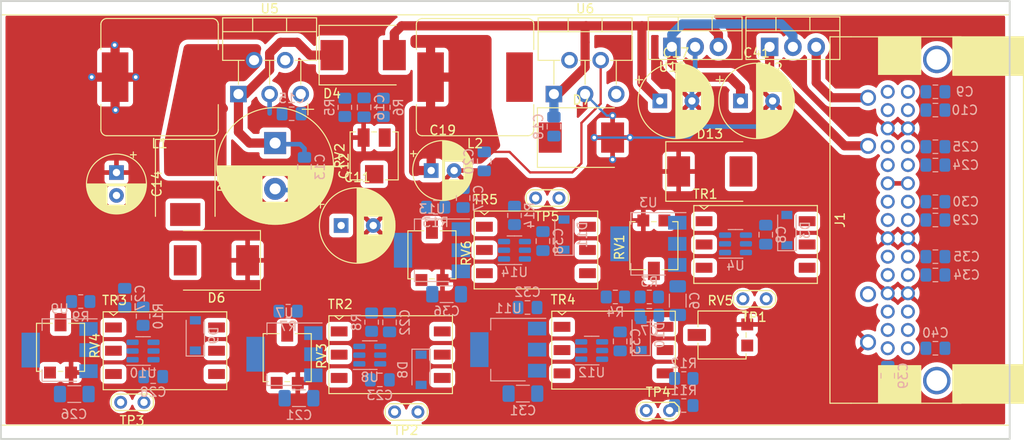
<source format=kicad_pcb>
(kicad_pcb (version 20221018) (generator pcbnew)
  (layers (0 "F.Cu" signal) (1 "In1.Cu" signal) (2 "In2.Cu" signal) (31 "B.Cu" signal) (34 "B.Paste" user) (35 "F.Paste" user) (36 "B.SilkS" user "B.Silkscreen") (37 "F.SilkS" user "F.Silkscreen") (38 "B.Mask" user) (39 "F.Mask" user) (44 "Edge.Cuts" user))
  (net 0 "")
  (net 1 "GND")
  (net 3 "/FILAMENT_05A")
  (net 4 "/FILAMENT_03A")
  (net 5 "/FILAMENT_04A")
  (net 6 "/FILAMENT_01A")
  (net 7 "/FILAMENT_02A")
  (net 8 "/FILAMENT_05B")
  (net 9 "/FILAMENT_03B")
  (net 10 "/FILAMENT_04B")
  (net 11 "/FILAMENT_01B")
  (net 12 "/FILAMENT_02B")
  (net 13 "/-22.5V_BIAS")
  (net 14 "Net-(C7-Pad1)")
  (net 15 "Net-(C8-Pad1)")
  (net 16 "Net-(C10-Pad1)")
  (net 17 "Net-(C11-Pad1)")
  (net 18 "Net-(R7-Pad1)")
  (net 19 "Net-(C22-Pad1)")
  (net 20 "Net-(R11-Pad1)")
  (net 21 "Net-(TR1-Pad3)")
  (net 22 "Net-(TR1-Pad1)")
  (net 23 "Net-(TR2-Pad3)")
  (net 24 "Net-(TR2-Pad1)")
  (net 25 "Net-(TR3-Pad3)")
  (net 26 "Net-(TR3-Pad1)")
  (net 27 "Net-(TR4-Pad3)")
  (net 28 "Net-(TR4-Pad1)")
  (net 29 "Net-(TR5-Pad3)")
  (net 30 "Net-(TR5-Pad1)")
  (net 31 "Net-(C27-Pad1)")
  (net 32 "Net-(C32-Pad1)")
  (net 33 "/Negative Supply/Feedback")
  (net 34 "Net-(C38-Pad1)")
  (net 35 "Net-(C39-Pad1)")
  (net 36 "Net-(C41-Pad1)")
  (net 37 "Net-(C24-Pad1)")
  (net 38 "Net-(D7-Pad1)")
  (net 39 "Net-(C29-Pad1)")
  (net 40 "Net-(R3-Pad1)")
  (net 41 "Net-(C34-Pad1)")
  (net 42 "Net-(R5-Pad2)")
  (net 43 "Net-(R13-Pad1)")
  (net 45 "Net-(R9-Pad1)")
  (net 49 "Net-(C23-Pad1)")
  (net 50 "Net-(C28-Pad1)")
  (net 51 "Net-(C33-Pad1)")
  (net 53 "/+12V_2_PROTECT")
  (net 54 "Net-(C37-Pad1)")
  (net 55 "Net-(D5-Pad1)")
  (net 57 "+5VD")
  (net 58 "/+12V_ACC_ON")
  (net 59 "/+12V_ON_START")
  (net 66 "/DISP_EN")
  (net 68 "/+12V_CONST")
  (net 69 "/TEMP_SENSE")
  (footprint "Package_TO_SOT_THT:TO-220-3_Vertical" (layer "F.Cu") (at 219.12 69.5)
    (fp_text reference "D12")
    (fp_text value "MBR20100CT-G1")
  )
  (footprint "Diode_SMD:D_SMC" (layer "F.Cu") (at 155.4 84.4 -90)
    (fp_text reference "D5")
    (fp_text value "B540C-13-F")
  )
  (footprint "Capacitor_THT:CP_Radial_D8.0mm_P3.50mm" (layer "F.Cu") (at 215.947349 75.4)
    (fp_text reference "C41")
    (fp_text value "100uF 50V")
  )
  (footprint "Package_TO_SOT_THT:TO-220-5_P3.4x3.7mm_StaggerOdd_Lead3.8mm_Vertical" (layer "F.Cu") (at 195.6 74.65)
    (fp_text reference "U6")
    (fp_text value "LM2596T-5")
  )
  (footprint "Potentiometer_SMD:Potentiometer_Vishay_TS53YL_Vertical" (layer "F.Cu") (at 213.93 100.95)
    (fp_text reference "RV5")
    (fp_text value "10k")
  )
  (footprint "Transformer_SMD:Transformer_Wuerth_750315371" (layer "F.Cu") (at 177.8 103.1)
    (fp_text reference "TR2")
    (fp_text value "Wuerth_750316031")
  )
  (footprint "Capacitor_THT:CP_Radial_D6.3mm_P2.50mm" (layer "F.Cu") (at 147.9 83.217621 -90)
    (fp_text reference "C14")
    (fp_text value "220u/25V")
  )
  (footprint "TestPoint:TestPoint_2Pads_Pitch2.54mm_Drill0.8mm" (layer "F.Cu") (at 180.77 109.35 180)
    (fp_text reference "TP2")
    (fp_text value "TestPoint")
  )
  (footprint "Inductor_SMD:L_Bourns_SRR1260" (layer "F.Cu") (at 152.6 72.8 180)
    (fp_text reference "L1")
    (fp_text value "33uH, 3.5A")
  )
  (footprint "Capacitor_THT:CP_Radial_D8.0mm_P3.50mm" (layer "F.Cu") (at 207.147349 75.4)
    (fp_text reference "C17")
    (fp_text value "100uF 50V")
  )
  (footprint "Capacitor_THT:CP_Radial_D8.0mm_P3.50mm" (layer "F.Cu") (at 172.4 89)
    (fp_text reference "C11")
    (fp_text value "100uF 50V")
  )
  (footprint "Personal:34961" (layer "F.Cu") (at 232 88.4 90)
    (fp_text reference "J1")
    (fp_text value "POWER SUPPLY - 0349610340")
  )
  (footprint "Capacitor_THT:CP_Radial_D6.3mm_P2.50mm" (layer "F.Cu") (at 182.217621 83)
    (fp_text reference "C19")
    (fp_text value "220u/25V")
  )
  (footprint "Potentiometer_SMD:Potentiometer_Vishay_TS53YL_Vertical" (layer "F.Cu") (at 206.5 91.2 90)
    (fp_text reference "RV1")
    (fp_text value "10k")
  )
  (footprint "Potentiometer_SMD:Potentiometer_Vishay_TS53YL_Vertical" (layer "F.Cu") (at 141.8 102.3 -90)
    (fp_text reference "RV4")
    (fp_text value "10k")
  )
  (footprint "Capacitor_THT:CP_Radial_D12.5mm_P5.00mm" (layer "F.Cu") (at 165.2 80 -90)
    (fp_text reference "C12")
    (fp_text value "470uF/50V")
  )
  (footprint "Transformer_SMD:Transformer_Wuerth_750315371" (layer "F.Cu") (at 153.19 102.67)
    (fp_text reference "TR3")
    (fp_text value "Wuerth_750316031")
  )
  (footprint "Potentiometer_SMD:Potentiometer_Vishay_TS53YL_Vertical" (layer "F.Cu") (at 166.52 103.425 -90)
    (fp_text reference "RV3")
    (fp_text value "10k")
  )
  (footprint "Package_TO_SOT_THT:TO-220-5_P3.4x3.7mm_StaggerOdd_Lead3.8mm_Vertical" (layer "F.Cu") (at 161.2 74.65)
    (fp_text reference "U5")
    (fp_text value "LM2596T-ADJ")
  )
  (footprint "Package_TO_SOT_THT:TO-220-3_Vertical" (layer "F.Cu") (at 208.46 69.5)
    (fp_text reference "U15")
    (fp_text value "L7815")
  )
  (footprint "TestPoint:TestPoint_2Pads_Pitch2.54mm_Drill0.8mm" (layer "F.Cu") (at 150.9 108.3 180)
    (fp_text reference "TP3")
    (fp_text value "TestPoint")
  )
  (footprint "Transformer_SMD:Transformer_Wuerth_750315371" (layer "F.Cu") (at 193.64 91.67)
    (fp_text reference "TR5")
    (fp_text value "Wuerth_750316031")
  )
  (footprint "Potentiometer_SMD:Potentiometer_Vishay_TS53YL_Vertical" (layer "F.Cu") (at 182.3 92.2 -90)
    (fp_text reference "RV6")
    (fp_text value "10k")
  )
  (footprint "Diode_SMD:D_SMC" (layer "F.Cu") (at 212.6 83.1)
    (fp_text reference "D13")
    (fp_text value "D_TVS")
  )
  (footprint "TestPoint:TestPoint_2Pads_Pitch2.54mm_Drill0.8mm" (layer "F.Cu") (at 205.67 109.2)
    (fp_text reference "TP4")
    (fp_text value "TestPoint")
  )
  (footprint "Inductor_SMD:L_Bourns_SRR1260" (layer "F.Cu") (at 187 72.8 180)
    (fp_text reference "L2")
    (fp_text value "33uH, 3.5A")
  )
  (footprint "Diode_SMD:D_SMC" (layer "F.Cu") (at 198.6 79.4)
    (fp_text reference "D7")
    (fp_text value "B540C-13-F")
  )
  (footprint "TestPoint:TestPoint_2Pads_Pitch2.54mm_Drill0.8mm" (layer "F.Cu") (at 196.15 86 180)
    (fp_text reference "TP5")
    (fp_text value "TestPoint")
  )
  (footprint "Diode_SMD:D_SMC" (layer "F.Cu") (at 174.8 70.4)
    (fp_text reference "D4")
    (fp_text value "B540C-13-F")
  )
  (footprint "Transformer_SMD:Transformer_Wuerth_750315371" (layer "F.Cu") (at 217.59 91.07)
    (fp_text reference "TR1")
    (fp_text value "Wuerth_750316031")
  )
  (footprint "Diode_SMD:D_SMC" (layer "F.Cu") (at 158.8 92.8 180)
    (fp_text reference "D6")
    (fp_text value "1N5400")
  )
  (footprint "Potentiometer_SMD:Potentiometer_Vishay_TS53YJ_Vertical" (layer "F.Cu") (at 176 81.4 90)
    (fp_text reference "RV2")
    (fp_text value "10k")
  )
  (footprint "Transformer_SMD:Transformer_Wuerth_750315371" (layer "F.Cu") (at 202.1 102.6)
    (fp_text reference "TR4")
    (fp_text value "Wuerth_750316031")
  )
  (footprint "TestPoint:TestPoint_2Pads_Pitch2.54mm_Drill0.8mm" (layer "F.Cu") (at 218.75 97 180)
    (fp_text reference "TP1")
    (fp_text value "TestPoint")
  )
  (footprint "Diode_SMD:D_SOD-123" (layer "B.Cu") (at 205.12 100.95 90)
    (fp_text reference "D10")
    (fp_text value "D_Zener")
  )
  (footprint "Diode_SMD:D_SOD-123" (layer "B.Cu") (at 156.5 101 90)
    (fp_text reference "D9")
    (fp_text value "D_Zener")
  )
  (footprint "Capacitor_SMD:C_0805_2012Metric_Pad1.18x1.45mm_HandSolder" (layer "B.Cu") (at 237.2 74.4 180)
    (fp_text reference "C9")
    (fp_text value "100nF")
  )
  (footprint "Resistor_SMD:R_0805_2012Metric_Pad1.20x1.40mm_HandSolder" (layer "B.Cu") (at 175.72 99.55 -90)
    (fp_text reference "R8")
    (fp_text value "1k")
  )
  (footprint "Resistor_SMD:R_0805_2012Metric_Pad1.20x1.40mm_HandSolder" (layer "B.Cu") (at 191.3 87.9 90)
    (fp_text reference "R14")
    (fp_text value "1k")
  )
  (footprint "Package_TO_SOT_SMD:SOT-223-3_TabPin2" (layer "B.Cu") (at 166.22 103.05 180)
    (fp_text reference "U7")
    (fp_text value "AZ1117H-ADJ")
  )
  (footprint "Package_TO_SOT_SMD:SOT-223-3_TabPin2" (layer "B.Cu") (at 190.62 102.55 180)
    (fp_text reference "U11")
    (fp_text value "AZ1117H-ADJ")
  )
  (footprint "Capacitor_SMD:C_0805_2012Metric_Pad1.18x1.45mm_HandSolder" (layer "B.Cu") (at 194.4 90.7 90)
    (fp_text reference "C38")
    (fp_text value "100nF")
  )
  (footprint "Package_TO_SOT_SMD:SOT-223-3_TabPin2" (layer "B.Cu") (at 141.7 102.6 180)
    (fp_text reference "U9")
    (fp_text value "AZ1117H-ADJ")
  )
  (footprint "Capacitor_SMD:C_0805_2012Metric_Pad1.18x1.45mm_HandSolder" (layer "B.Cu") (at 177.675 99.575 90)
    (fp_text reference "C22")
    (fp_text value "C_Small")
  )
  (footprint "Capacitor_SMD:C_0805_2012Metric_Pad1.18x1.45mm_HandSolder" (layer "B.Cu") (at 174.9 76.1 90)
    (fp_text reference "C16")
    (fp_text value "180pF")
  )
  (footprint "Resistor_SMD:R_0805_2012Metric_Pad1.20x1.40mm_HandSolder" (layer "B.Cu") (at 166.62 98.35)
    (fp_text reference "R7")
    (fp_text value "4k7")
  )
  (footprint "Capacitor_SMD:C_0805_2012Metric_Pad1.18x1.45mm_HandSolder" (layer "B.Cu") (at 237.2 92.4 180)
    (fp_text reference "C35")
    (fp_text value "100nF")
  )
  (footprint "Capacitor_SMD:C_0805_2012Metric_Pad1.18x1.45mm_HandSolder" (layer "B.Cu") (at 237.2 82.4 180)
    (fp_text reference "C24")
    (fp_text value "100nF")
  )
  (footprint "Capacitor_SMD:C_0805_2012Metric_Pad1.18x1.45mm_HandSolder" (layer "B.Cu") (at 218.7 90 90)
    (fp_text reference "C8")
    (fp_text value "100nF")
  )
  (footprint "Resistor_SMD:R_0805_2012Metric_Pad1.20x1.40mm_HandSolder" (layer "B.Cu") (at 182.7 87)
    (fp_text reference "R13")
    (fp_text value "4k7")
  )
  (footprint "Capacitor_SMD:C_0805_2012Metric_Pad1.18x1.45mm_HandSolder" (layer "B.Cu") (at 237.2 86.4 180)
    (fp_text reference "C30")
    (fp_text value "100nF")
  )
  (footprint "Capacitor_SMD:C_0805_2012Metric_Pad1.18x1.45mm_HandSolder" (layer "B.Cu") (at 237.2 88.4 180)
    (fp_text reference "C29")
    (fp_text value "100nF")
  )
  (footprint "Resistor_SMD:R_0805_2012Metric_Pad1.20x1.40mm_HandSolder" (layer "B.Cu") (at 172.8 76.1 -90)
    (fp_text reference "R5")
    (fp_text value "10k")
  )
  (footprint "Package_TO_SOT_SMD:SOT-23-6" (layer "B.Cu") (at 150.8 102.7)
    (fp_text reference "U10")
    (fp_text value "SN6505ADBV")
  )
  (footprint "Capacitor_SMD:C_0805_2012Metric_Pad1.18x1.45mm_HandSolder" (layer "B.Cu") (at 232 105.4 90)
    (fp_text reference "C39")
    (fp_text value "100nF")
  )
  (footprint "Capacitor_SMD:C_0805_2012Metric_Pad1.18x1.45mm_HandSolder" (layer "B.Cu") (at 195.6 78.2 -90)
    (fp_text reference "C18")
    (fp_text value "C_Small")
  )
  (footprint "Capacitor_SMD:C_1206_3216Metric_Pad1.33x1.80mm_HandSolder" (layer "B.Cu") (at 143.3 107.4)
    (fp_text reference "C26")
    (fp_text value "10uF")
  )
  (footprint "Capacitor_SMD:C_1206_3216Metric_Pad1.33x1.80mm_HandSolder" (layer "B.Cu") (at 183.9 96.5)
    (fp_text reference "C36")
    (fp_text value "10uF")
  )
  (footprint "Diode_SMD:D_SOD-123" (layer "B.Cu") (at 196.7 90 90)
    (fp_text reference "D11")
    (fp_text value "D_Zener")
  )
  (footprint "Resistor_SMD:R_0805_2012Metric_Pad1.20x1.40mm_HandSolder" (layer "B.Cu") (at 206 96.8 180)
    (fp_text reference "R3")
    (fp_text value "4k7")
  )
  (footprint "Capacitor_SMD:C_0805_2012Metric_Pad1.18x1.45mm_HandSolder" (layer "B.Cu") (at 237.2 76.4 180)
    (fp_text reference "C10")
    (fp_text value "100nF")
  )
  (footprint "Capacitor_SMD:C_0805_2012Metric_Pad1.18x1.45mm_HandSolder" (layer "B.Cu") (at 151.9 105.5)
    (fp_text reference "C28")
    (fp_text value "100nF")
  )
  (footprint "Capacitor_SMD:C_0805_2012Metric_Pad1.18x1.45mm_HandSolder" (layer "B.Cu") (at 188 82 -90)
    (fp_text reference "C20")
    (fp_text value "C_Small")
  )
  (footprint "Resistor_SMD:R_0805_2012Metric_Pad1.20x1.40mm_HandSolder" (layer "B.Cu") (at 202.3 96.8)
    (fp_text reference "R4")
    (fp_text value "1k")
  )
  (footprint "Diode_SMD:D_SOD-123" (layer "B.Cu") (at 221 89.5 90)
    (fp_text reference "D3")
    (fp_text value "D_Zener")
  )
  (footprint "Diode_SMD:D_SOD-123" (layer "B.Cu") (at 181.12 104.75 -90)
    (fp_text reference "D8")
    (fp_text value "D_Zener")
  )
  (footprint "Capacitor_SMD:C_0805_2012Metric_Pad1.18x1.45mm_HandSolder" (layer "B.Cu") (at 237.2 94.4 180)
    (fp_text reference "C34")
    (fp_text value "100nF")
  )
  (footprint "Capacitor_SMD:C_0805_2012Metric_Pad1.18x1.45mm_HandSolder" (layer "B.Cu") (at 192.72 97.95 180)
    (fp_text reference "C32")
    (fp_text value "C_Small")
  )
  (footprint "Package_TO_SOT_SMD:SOT-223-3_TabPin2" (layer "B.Cu") (at 182.3 91.7 180)
    (fp_text reference "U13")
    (fp_text value "AZ1117H-ADJ")
  )
  (footprint "Capacitor_SMD:C_0805_2012Metric_Pad1.18x1.45mm_HandSolder" (layer "B.Cu") (at 237.2 80.4 180)
    (fp_text reference "C25")
    (fp_text value "100nF")
  )
  (footprint "Capacitor_SMD:C_0805_2012Metric_Pad1.18x1.45mm_HandSolder" (layer "B.Cu") (at 185.7 86 90)
    (fp_text reference "C37")
    (fp_text value "C_Small")
  )
  (footprint "Capacitor_SMD:C_1206_3216Metric_Pad1.33x1.80mm_HandSolder" (layer "B.Cu") (at 192.22 107.35)
    (fp_text reference "C31")
    (fp_text value "10uF")
  )
  (footprint "Capacitor_SMD:C_0805_2012Metric_Pad1.18x1.45mm_HandSolder" (layer "B.Cu") (at 206 98.8)
    (fp_text reference "C7")
    (fp_text value "C_Small")
  )
  (footprint "Capacitor_SMD:C_0805_2012Metric_Pad1.18x1.45mm_HandSolder" (layer "B.Cu") (at 167 76.8 180)
    (fp_text reference "C15")
    (fp_text value "C_Small")
  )
  (footprint "Capacitor_SMD:C_0805_2012Metric_Pad1.18x1.45mm_HandSolder" (layer "B.Cu") (at 202.82 101.65 90)
    (fp_text reference "C33")
    (fp_text value "100nF")
  )
  (footprint "Resistor_SMD:R_0805_2012Metric_Pad1.20x1.40mm_HandSolder" (layer "B.Cu") (at 144 97.3)
    (fp_text reference "R9")
    (fp_text value "4k7")
  )
  (footprint "Capacitor_SMD:C_0805_2012Metric_Pad1.18x1.45mm_HandSolder" (layer "B.Cu") (at 176.62 105.85)
    (fp_text reference "C23")
    (fp_text value "100nF")
  )
  (footprint "Capacitor_SMD:C_0805_2012Metric_Pad1.18x1.45mm_HandSolder" (layer "B.Cu") (at 237.2 102.4 180)
    (fp_text reference "C40")
    (fp_text value "100nF")
  )
  (footprint "Resistor_SMD:R_0805_2012Metric_Pad1.20x1.40mm_HandSolder" (layer "B.Cu") (at 209.76381 108.65 180)
    (fp_text reference "R11")
    (fp_text value "4k7")
  )
  (footprint "Capacitor_SMD:C_0805_2012Metric_Pad1.18x1.45mm_HandSolder" (layer "B.Cu") (at 148.8 96.9 90)
    (fp_text reference "C27")
    (fp_text value "C_Small")
  )
  (footprint "Package_TO_SOT_SMD:SOT-23-6" (layer "B.Cu") (at 215.4 91)
    (fp_text reference "U4")
    (fp_text value "SN6505ADBV")
  )
  (footprint "Capacitor_SMD:C_1206_3216Metric_Pad1.33x1.80mm_HandSolder" (layer "B.Cu") (at 167.8 107.85)
    (fp_text reference "C21")
    (fp_text value "10uF")
  )
  (footprint "Package_TO_SOT_SMD:SOT-23-6" (layer "B.Cu") (at 199.72 102.65)
    (fp_text reference "U12")
    (fp_text value "SN6505ADBV")
  )
  (footprint "Package_TO_SOT_SMD:SOT-23-6" (layer "B.Cu") (at 191.3 91.7)
    (fp_text reference "U14")
    (fp_text value "SN6505ADBV")
  )
  (footprint "Capacitor_SMD:C_1206_3216Metric_Pad1.33x1.80mm_HandSolder" (layer "B.Cu") (at 209.1 97.2 90)
    (fp_text reference "C6")
    (fp_text value "10uF")
  )
  (footprint "Package_TO_SOT_SMD:SOT-223-3_TabPin2" (layer "B.Cu") (at 205.9 91 180)
    (fp_text reference "U3")
    (fp_text value "AZ1117H-ADJ")
  )
  (footprint "Capacitor_SMD:C_0805_2012Metric_Pad1.18x1.45mm_HandSolder" (layer "B.Cu") (at 168.4 82.6 90)
    (fp_text reference "C13")
    (fp_text value "C_Small")
  )
  (footprint "Resistor_SMD:R_0805_2012Metric_Pad1.20x1.40mm_HandSolder" (layer "B.Cu") (at 177 76.1 90)
    (fp_text reference "R6")
    (fp_text value "1k")
  )
  (footprint "Resistor_SMD:R_0805_2012Metric_Pad1.20x1.40mm_HandSolder" (layer "B.Cu") (at 150.8 98.9 90)
    (fp_text reference "R10")
    (fp_text value "1k")
  )
  (footprint "Resistor_SMD:R_0805_2012Metric_Pad1.20x1.40mm_HandSolder" (layer "B.Cu") (at 209.76381 105.7 180)
    (fp_text reference "R12")
    (fp_text value "1k")
  )
  (footprint "Package_TO_SOT_SMD:SOT-23-6" (layer "B.Cu") (at 175.52 103.15)
    (fp_text reference "U8")
    (fp_text value "SN6505ADBV")
  )
  (gr_line (start 245.3 110.8) (end 135.3 110.8) (stroke (width 0.12)) (layer "F.SilkS"))
  (gr_line (start 135.3 66) (end 245.3 66) (stroke (width 0.12)) (layer "F.SilkS"))
  (gr_rect (start 135.3 64.5) (end 245.3 112.3) (stroke (width 0.2)) (fill none) (layer "Edge.Cuts"))
  (segment (start 147.75 72.8) (end 147.75 76.35) (width 1) (layer "F.Cu") (net 1))
  (segment (start 202 79.4) (end 202 77) (width 0.25) (layer "F.Cu") (net 1))
  (segment (start 147.75 72.8) (end 145.2 72.8) (width 1) (layer "F.Cu") (net 1))
  (segment (start 147.75 72.8) (end 147.75 69.35) (width 1) (layer "F.Cu") (net 1))
  (segment (start 202 79.4) (end 200 79.4) (width 0.25) (layer "F.Cu") (net 1))
  (segment (start 187.9625 83) (end 188 83.0375) (width 0.5) (layer "F.Cu") (net 1))
  (segment (start 147.75 69.35) (end 147.7 69.3) (width 1) (layer "F.Cu") (net 1))
  (segment (start 147.75 76.35) (end 147.8 76.4) (width 1) (layer "F.Cu") (net 1))
  (segment (start 202 79.4) (end 203.9005 79.4) (width 0.25) (layer "F.Cu") (net 1))
  (segment (start 202 79.4) (end 202 81.8) (width 0.25) (layer "F.Cu") (net 1))
  (segment (start 147.75 72.8) (end 150 72.8) (width 1) (layer "F.Cu") (net 1))
  (segment (start 184.717621 83) (end 187.9625 83) (width 0.5) (layer "F.Cu") (net 1))
  (via (at 147.7 69.3) (size 0.8) (drill 0.4) (layers "F.Cu" "B.Cu") (net 1))
  (via (at 147.8 76.4) (size 0.8) (drill 0.4) (layers "F.Cu" "B.Cu") (net 1))
  (via (at 145.2 72.8) (size 0.8) (drill 0.4) (layers "F.Cu" "B.Cu") (net 1))
  (via (at 202 77) (size 0.8) (drill 0.4) (layers "F.Cu" "B.Cu") (net 1))
  (via (at 202 81.8) (size 0.8) (drill 0.4) (layers "F.Cu" "B.Cu") (net 1))
  (via (at 200 79.4) (size 0.8) (drill 0.4) (layers "F.Cu" "B.Cu") (net 1))
  (via (at 150 72.8) (size 0.8) (drill 0.4) (layers "F.Cu" "B.Cu") (net 1))
  (via (at 203.9005 79.4) (size 0.8) (drill 0.4) (layers "F.Cu" "B.Cu") (net 1))
  (segment (start 202 77) (end 201.35 77) (width 0.25) (layer "B.Cu") (net 1))
  (segment (start 211.6 78.2) (end 219 78.2) (width 0.5) (layer "B.Cu") (net 1))
  (segment (start 211 72.094698) (end 210.647349 72.447349) (width 0.5) (layer "B.Cu") (net 1))
  (segment (start 210.647349 75.4) (end 210.647349 72.447349) (width 0.5) (layer "B.Cu") (net 1))
  (segment (start 219 78.2) (end 219.447349 77.752651) (width 0.5) (layer "B.Cu") (net 1))
  (segment (start 210.647349 77.247349) (end 211.6 78.2) (width 0.5) (layer "B.Cu") (net 1))
  (segment (start 219.447349 77.752651) (end 219.447349 75.4) (width 0.5) (layer "B.Cu") (net 1))
  (segment (start 210.647349 75.4) (end 210.647349 77.247349) (width 0.5) (layer "B.Cu") (net 1))
  (segment (start 210.4 79.4) (end 211.6 78.2) (width 0.25) (layer "B.Cu") (net 1))
  (segment (start 211 69.5) (end 211 72.094698) (width 0.5) (layer "B.Cu") (net 1))
  (segment (start 200 79.4) (end 210.4 79.4) (width 0.25) (layer "B.Cu") (net 1))
  (segment (start 201.35 77) (end 199 74.65) (width 0.25) (layer "B.Cu") (net 1))
  (segment (start 232 84.4) (end 234.2 84.4) (width 0.5) (layer "F.Cu") (net 13))
  (segment (start 164.6 76.7625) (end 164.6 74.65) (width 0.5) (layer "B.Cu") (net 13))
  (segment (start 169 70.4) (end 167.6 69) (width 1) (layer "F.Cu") (net 17))
  (segment (start 161.2 74.65) (end 161.95 74.65) (width 1) (layer "F.Cu") (net 17))
  (segment (start 161.2 78.8) (end 161.2 74.65) (width 1) (layer "F.Cu") (net 17))
  (segment (start 165.2 80) (end 162.4 80) (width 1) (layer "F.Cu") (net 17))
  (segment (start 171.4 70.4) (end 169 70.4) (width 1) (layer "F.Cu") (net 17))
  (segment (start 167.6 69) (end 165.8 69) (width 1) (layer "F.Cu") (net 17))
  (segment (start 165.8 69) (end 164.6 70.2) (width 1) (layer "F.Cu") (net 17))
  (segment (start 164.6 72) (end 164.6 70.2) (width 1) (layer "F.Cu") (net 17))
  (segment (start 161.95 74.65) (end 164.6 72) (width 1) (layer "F.Cu") (net 17))
  (segment (start 162.4 80) (end 161.2 78.8) (width 1) (layer "F.Cu") (net 17))
  (segment (start 168.4 81.3625) (end 168.4 80.6) (width 0.5) (layer "B.Cu") (net 17))
  (segment (start 167.676041 85.123959) (end 165.2 85.123959) (width 0.5) (layer "B.Cu") (net 17))
  (segment (start 167.923959 80.123959) (end 165.2 80.123959) (width 0.5) (layer "B.Cu") (net 17))
  (segment (start 168.4 84.4) (end 167.676041 85.123959) (width 0.5) (layer "B.Cu") (net 17))
  (segment (start 168.4 83.31875) (end 168.4 84.28125) (width 0.5) (layer "B.Cu") (net 17))
  (segment (start 168.4 80.6) (end 167.923959 80.123959) (width 0.5) (layer "B.Cu") (net 17))
  (segment (start 214.8 72.8) (end 215.947349 73.947349) (width 1) (layer "F.Cu") (net 36))
  (segment (start 208.46 71.26) (end 210 72.8) (width 1) (layer "F.Cu") (net 36))
  (segment (start 215.947349 73.947349) (end 215.947349 75.4) (width 1) (layer "F.Cu") (net 36))
  (segment (start 210 72.8) (end 214.8 72.8) (width 1) (layer "F.Cu") (net 36))
  (segment (start 208.46 69.5) (end 208.46 71.26) (width 1) (layer "F.Cu") (net 36))
  (segment (start 209.6 67) (end 220.4 67) (width 1) (layer "B.Cu") (net 36))
  (segment (start 208.46 69.5) (end 208.46 68.14) (width 1) (layer "B.Cu") (net 36))
  (segment (start 221.66 69.5) (end 221.66 68.26) (width 1) (layer "B.Cu") (net 36))
  (segment (start 208.46 68.14) (end 209.6 67) (width 1) (layer "B.Cu") (net 36))
  (segment (start 221.66 68.26) (end 220.4 67) (width 1) (layer "B.Cu") (net 36))
  (segment (start 179 67.2) (end 199.1 67.2) (width 1) (layer "F.Cu") (net 53))
  (segment (start 205.2 73.452651) (end 207.147349 75.4) (width 1) (layer "F.Cu") (net 53))
  (segment (start 199 69) (end 199 67.3) (width 1) (layer "F.Cu") (net 53))
  (segment (start 178.2 68) (end 179 67.2) (width 1) (layer "F.Cu") (net 53))
  (segment (start 178.2 70.4) (end 178.2 68) (width 1) (layer "F.Cu") (net 53))
  (segment (start 205.2 67.2) (end 205.2 73.452651) (width 1) (layer "F.Cu") (net 53))
  (segment (start 199 71.713029) (end 196.063029 74.65) (width 1) (layer "F.Cu") (net 53))
  (segment (start 199 71.713029) (end 199 69) (width 1) (layer "F.Cu") (net 53))
  (segment (start 213.54 68.14) (end 213.54 69.5) (width 1) (layer "F.Cu") (net 53))
  (segment (start 205.2 67.2) (end 212.6 67.2) (width 1) (layer "F.Cu") (net 53))
  (segment (start 199 67.3) (end 199.1 67.2) (width 1) (layer "F.Cu") (net 53))
  (segment (start 199.1 67.2) (end 200.8 67.2) (width 1) (layer "F.Cu") (net 53))
  (segment (start 200.8 67.2) (end 205.2 67.2) (width 1) (layer "F.Cu") (net 53))
  (segment (start 196.063029 74.65) (end 195.6 74.65) (width 1) (layer "F.Cu") (net 53))
  (segment (start 212.6 67.2) (end 213.54 68.14) (width 1) (layer "F.Cu") (net 53))
  (segment (start 195.6 77.1625) (end 195.6 74.65) (width 1) (layer "B.Cu") (net 53))
  (segment (start 200.7 70.95) (end 200.7 75.7) (width 0.25) (layer "F.Cu") (net 57))
  (segment (start 200.7 75.7) (end 198.6 77.8) (width 0.25) (layer "F.Cu") (net 57))
  (segment (start 198.6 82.2) (end 197.6 83.2) (width 0.25) (layer "F.Cu") (net 57))
  (segment (start 182.15 71.65) (end 182.15 72.8) (width 0.25) (layer "F.Cu") (net 57))
  (segment (start 197.6 83.2) (end 193 83.2) (width 0.25) (layer "F.Cu") (net 57))
  (segment (start 190.7625 80.9625) (end 190.85 81.05) (width 0.25) (layer "F.Cu") (net 57))
  (segment (start 193 83.2) (end 190.85 81.05) (width 0.25) (layer "F.Cu") (net 57))
  (segment (start 188 80.9625) (end 190.7625 80.9625) (width 0.25) (layer "F.Cu") (net 57))
  (segment (start 198.6 77.8) (end 198.6 82.2) (width 0.25) (layer "F.Cu") (net 57))
  (segment (start 219.12 72.12) (end 219.12 69.5) (width 1) (layer "F.Cu") (net 58))
  (segment (start 229.85 80.3) (end 227.3 80.3) (width 1) (layer "F.Cu") (net 58))
  (segment (start 227.3 80.3) (end 219.12 72.12) (width 1) (layer "F.Cu") (net 58))
  (segment (start 224.2 73.4) (end 224.2 69.5) (width 1) (layer "F.Cu") (net 59))
  (segment (start 225.85 75.05) (end 224.2 73.4) (width 1) (layer "F.Cu") (net 59))
  (segment (start 229.85 75.05) (end 225.85 75.05) (width 1) (layer "F.Cu") (net 59))
  (zone (net 57) (net_name "+5VD") (layer "F.Cu") (priority 3) (connect_pads (clearance 0.5)) (min_thickness 1) (fill yes (thermal_gap 0.508) (thermal_bridge_width 1))
    (polygon (pts (xy 188.8 76.2) (xy 189.8 80.4) (xy 186.2 83.6) (xy 179.8 83.6) (xy 179.8 67.8) (xy 188.8 67.8)))
  )
  (zone (net 1) (net_name "GND") (layer "F.Cu") (connect_pads (clearance 0.5)) (min_thickness 0.254) (fill yes (thermal_gap 0.508) (thermal_bridge_width 0.508))
    (polygon (pts (xy 245.2 110.7) (xy 135.4 110.7) (xy 135.4 66.1) (xy 245.2 66.1)))
  )
  (zone (net 55) (net_name "Net-(D5-Pad1)") (layer "F.Cu") (priority 3) (connect_pads yes (clearance 0.5)) (min_thickness 1) (fill yes (thermal_gap 0.508) (thermal_bridge_width 1))
    (polygon (pts (xy 164.1 72.1) (xy 159.9 76.6) (xy 159.9 83.6) (xy 153.1 83.6) (xy 153.061037 80.137587) (xy 155.3 69.2) (xy 164 69.2)))
  )
)
</source>
